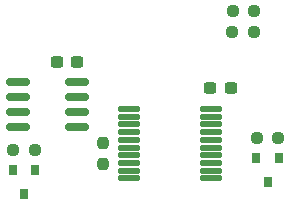
<source format=gtp>
G04 #@! TF.GenerationSoftware,KiCad,Pcbnew,7.0.11-2.fc39*
G04 #@! TF.CreationDate,2024-06-02T00:51:06+02:00*
G04 #@! TF.ProjectId,two_relays_extension,74776f5f-7265-46c6-9179-735f65787465,rev?*
G04 #@! TF.SameCoordinates,Original*
G04 #@! TF.FileFunction,Paste,Top*
G04 #@! TF.FilePolarity,Positive*
%FSLAX46Y46*%
G04 Gerber Fmt 4.6, Leading zero omitted, Abs format (unit mm)*
G04 Created by KiCad (PCBNEW 7.0.11-2.fc39) date 2024-06-02 00:51:06*
%MOMM*%
%LPD*%
G01*
G04 APERTURE LIST*
G04 Aperture macros list*
%AMRoundRect*
0 Rectangle with rounded corners*
0 $1 Rounding radius*
0 $2 $3 $4 $5 $6 $7 $8 $9 X,Y pos of 4 corners*
0 Add a 4 corners polygon primitive as box body*
4,1,4,$2,$3,$4,$5,$6,$7,$8,$9,$2,$3,0*
0 Add four circle primitives for the rounded corners*
1,1,$1+$1,$2,$3*
1,1,$1+$1,$4,$5*
1,1,$1+$1,$6,$7*
1,1,$1+$1,$8,$9*
0 Add four rect primitives between the rounded corners*
20,1,$1+$1,$2,$3,$4,$5,0*
20,1,$1+$1,$4,$5,$6,$7,0*
20,1,$1+$1,$6,$7,$8,$9,0*
20,1,$1+$1,$8,$9,$2,$3,0*%
G04 Aperture macros list end*
%ADD10R,0.800000X0.900000*%
%ADD11RoundRect,0.237500X0.300000X0.237500X-0.300000X0.237500X-0.300000X-0.237500X0.300000X-0.237500X0*%
%ADD12RoundRect,0.237500X0.250000X0.237500X-0.250000X0.237500X-0.250000X-0.237500X0.250000X-0.237500X0*%
%ADD13RoundRect,0.237500X-0.237500X0.250000X-0.237500X-0.250000X0.237500X-0.250000X0.237500X0.250000X0*%
%ADD14RoundRect,0.125000X-0.825000X-0.125000X0.825000X-0.125000X0.825000X0.125000X-0.825000X0.125000X0*%
%ADD15RoundRect,0.237500X-0.300000X-0.237500X0.300000X-0.237500X0.300000X0.237500X-0.300000X0.237500X0*%
%ADD16RoundRect,0.150000X-0.825000X-0.150000X0.825000X-0.150000X0.825000X0.150000X-0.825000X0.150000X0*%
G04 APERTURE END LIST*
D10*
X152588000Y-75470000D03*
X150688000Y-75470000D03*
X151638000Y-77470000D03*
D11*
X135481400Y-67360800D03*
X133756400Y-67360800D03*
D12*
X152527000Y-73787000D03*
X150702000Y-73787000D03*
D13*
X137703800Y-74169900D03*
X137703800Y-75994900D03*
D10*
X131963200Y-76486000D03*
X130063200Y-76486000D03*
X131013200Y-78486000D03*
D12*
X150469600Y-64744600D03*
X148644600Y-64744600D03*
X131902200Y-74803000D03*
X130077200Y-74803000D03*
D14*
X139862800Y-71315200D03*
X139862800Y-71965200D03*
X139862800Y-72615200D03*
X139862800Y-73265200D03*
X139862800Y-73915200D03*
X139862800Y-74565200D03*
X139862800Y-75215200D03*
X139862800Y-75865200D03*
X139862800Y-76515200D03*
X139862800Y-77165200D03*
X146862800Y-77165200D03*
X146862800Y-76515200D03*
X146862800Y-75865200D03*
X146862800Y-75215200D03*
X146862800Y-74565200D03*
X146862800Y-73915200D03*
X146862800Y-73265200D03*
X146862800Y-72615200D03*
X146862800Y-71965200D03*
X146862800Y-71315200D03*
D15*
X146788800Y-69545200D03*
X148513800Y-69545200D03*
D16*
X130533600Y-69037200D03*
X130533600Y-70307200D03*
X130533600Y-71577200D03*
X130533600Y-72847200D03*
X135483600Y-72847200D03*
X135483600Y-71577200D03*
X135483600Y-70307200D03*
X135483600Y-69037200D03*
D12*
X150495000Y-62966600D03*
X148670000Y-62966600D03*
M02*

</source>
